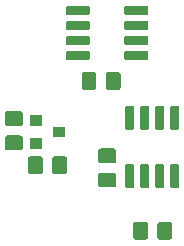
<source format=gbr>
G04 #@! TF.GenerationSoftware,KiCad,Pcbnew,5.1.2-f72e74a~84~ubuntu16.04.1*
G04 #@! TF.CreationDate,2019-06-21T14:24:11+02:00*
G04 #@! TF.ProjectId,microstepper,6d696372-6f73-4746-9570-7065722e6b69,rev?*
G04 #@! TF.SameCoordinates,Original*
G04 #@! TF.FileFunction,Soldermask,Bot*
G04 #@! TF.FilePolarity,Negative*
%FSLAX46Y46*%
G04 Gerber Fmt 4.6, Leading zero omitted, Abs format (unit mm)*
G04 Created by KiCad (PCBNEW 5.1.2-f72e74a~84~ubuntu16.04.1) date 2019-06-21 14:24:11*
%MOMM*%
%LPD*%
G04 APERTURE LIST*
%ADD10C,0.100000*%
G04 APERTURE END LIST*
D10*
G36*
X35829474Y-47488065D02*
G01*
X35867167Y-47499499D01*
X35901903Y-47518066D01*
X35932348Y-47543052D01*
X35957334Y-47573497D01*
X35975901Y-47608233D01*
X35987335Y-47645926D01*
X35991800Y-47691261D01*
X35991800Y-48777939D01*
X35987335Y-48823274D01*
X35975901Y-48860967D01*
X35957334Y-48895703D01*
X35932348Y-48926148D01*
X35901903Y-48951134D01*
X35867167Y-48969701D01*
X35829474Y-48981135D01*
X35784139Y-48985600D01*
X34947461Y-48985600D01*
X34902126Y-48981135D01*
X34864433Y-48969701D01*
X34829697Y-48951134D01*
X34799252Y-48926148D01*
X34774266Y-48895703D01*
X34755699Y-48860967D01*
X34744265Y-48823274D01*
X34739800Y-48777939D01*
X34739800Y-47691261D01*
X34744265Y-47645926D01*
X34755699Y-47608233D01*
X34774266Y-47573497D01*
X34799252Y-47543052D01*
X34829697Y-47518066D01*
X34864433Y-47499499D01*
X34902126Y-47488065D01*
X34947461Y-47483600D01*
X35784139Y-47483600D01*
X35829474Y-47488065D01*
X35829474Y-47488065D01*
G37*
G36*
X33779474Y-47488065D02*
G01*
X33817167Y-47499499D01*
X33851903Y-47518066D01*
X33882348Y-47543052D01*
X33907334Y-47573497D01*
X33925901Y-47608233D01*
X33937335Y-47645926D01*
X33941800Y-47691261D01*
X33941800Y-48777939D01*
X33937335Y-48823274D01*
X33925901Y-48860967D01*
X33907334Y-48895703D01*
X33882348Y-48926148D01*
X33851903Y-48951134D01*
X33817167Y-48969701D01*
X33779474Y-48981135D01*
X33734139Y-48985600D01*
X32897461Y-48985600D01*
X32852126Y-48981135D01*
X32814433Y-48969701D01*
X32779697Y-48951134D01*
X32749252Y-48926148D01*
X32724266Y-48895703D01*
X32705699Y-48860967D01*
X32694265Y-48823274D01*
X32689800Y-48777939D01*
X32689800Y-47691261D01*
X32694265Y-47645926D01*
X32705699Y-47608233D01*
X32724266Y-47573497D01*
X32749252Y-47543052D01*
X32779697Y-47518066D01*
X32814433Y-47499499D01*
X32852126Y-47488065D01*
X32897461Y-47483600D01*
X33734139Y-47483600D01*
X33779474Y-47488065D01*
X33779474Y-47488065D01*
G37*
G36*
X33914928Y-42599764D02*
G01*
X33936009Y-42606160D01*
X33955445Y-42616548D01*
X33972476Y-42630524D01*
X33986452Y-42647555D01*
X33996840Y-42666991D01*
X34003236Y-42688072D01*
X34006000Y-42716140D01*
X34006000Y-44529860D01*
X34003236Y-44557928D01*
X33996840Y-44579009D01*
X33986452Y-44598445D01*
X33972476Y-44615476D01*
X33955445Y-44629452D01*
X33936009Y-44639840D01*
X33914928Y-44646236D01*
X33886860Y-44649000D01*
X33423140Y-44649000D01*
X33395072Y-44646236D01*
X33373991Y-44639840D01*
X33354555Y-44629452D01*
X33337524Y-44615476D01*
X33323548Y-44598445D01*
X33313160Y-44579009D01*
X33306764Y-44557928D01*
X33304000Y-44529860D01*
X33304000Y-42716140D01*
X33306764Y-42688072D01*
X33313160Y-42666991D01*
X33323548Y-42647555D01*
X33337524Y-42630524D01*
X33354555Y-42616548D01*
X33373991Y-42606160D01*
X33395072Y-42599764D01*
X33423140Y-42597000D01*
X33886860Y-42597000D01*
X33914928Y-42599764D01*
X33914928Y-42599764D01*
G37*
G36*
X36454928Y-42599764D02*
G01*
X36476009Y-42606160D01*
X36495445Y-42616548D01*
X36512476Y-42630524D01*
X36526452Y-42647555D01*
X36536840Y-42666991D01*
X36543236Y-42688072D01*
X36546000Y-42716140D01*
X36546000Y-44529860D01*
X36543236Y-44557928D01*
X36536840Y-44579009D01*
X36526452Y-44598445D01*
X36512476Y-44615476D01*
X36495445Y-44629452D01*
X36476009Y-44639840D01*
X36454928Y-44646236D01*
X36426860Y-44649000D01*
X35963140Y-44649000D01*
X35935072Y-44646236D01*
X35913991Y-44639840D01*
X35894555Y-44629452D01*
X35877524Y-44615476D01*
X35863548Y-44598445D01*
X35853160Y-44579009D01*
X35846764Y-44557928D01*
X35844000Y-44529860D01*
X35844000Y-42716140D01*
X35846764Y-42688072D01*
X35853160Y-42666991D01*
X35863548Y-42647555D01*
X35877524Y-42630524D01*
X35894555Y-42616548D01*
X35913991Y-42606160D01*
X35935072Y-42599764D01*
X35963140Y-42597000D01*
X36426860Y-42597000D01*
X36454928Y-42599764D01*
X36454928Y-42599764D01*
G37*
G36*
X35184928Y-42599764D02*
G01*
X35206009Y-42606160D01*
X35225445Y-42616548D01*
X35242476Y-42630524D01*
X35256452Y-42647555D01*
X35266840Y-42666991D01*
X35273236Y-42688072D01*
X35276000Y-42716140D01*
X35276000Y-44529860D01*
X35273236Y-44557928D01*
X35266840Y-44579009D01*
X35256452Y-44598445D01*
X35242476Y-44615476D01*
X35225445Y-44629452D01*
X35206009Y-44639840D01*
X35184928Y-44646236D01*
X35156860Y-44649000D01*
X34693140Y-44649000D01*
X34665072Y-44646236D01*
X34643991Y-44639840D01*
X34624555Y-44629452D01*
X34607524Y-44615476D01*
X34593548Y-44598445D01*
X34583160Y-44579009D01*
X34576764Y-44557928D01*
X34574000Y-44529860D01*
X34574000Y-42716140D01*
X34576764Y-42688072D01*
X34583160Y-42666991D01*
X34593548Y-42647555D01*
X34607524Y-42630524D01*
X34624555Y-42616548D01*
X34643991Y-42606160D01*
X34665072Y-42599764D01*
X34693140Y-42597000D01*
X35156860Y-42597000D01*
X35184928Y-42599764D01*
X35184928Y-42599764D01*
G37*
G36*
X32644928Y-42599764D02*
G01*
X32666009Y-42606160D01*
X32685445Y-42616548D01*
X32702476Y-42630524D01*
X32716452Y-42647555D01*
X32726840Y-42666991D01*
X32733236Y-42688072D01*
X32736000Y-42716140D01*
X32736000Y-44529860D01*
X32733236Y-44557928D01*
X32726840Y-44579009D01*
X32716452Y-44598445D01*
X32702476Y-44615476D01*
X32685445Y-44629452D01*
X32666009Y-44639840D01*
X32644928Y-44646236D01*
X32616860Y-44649000D01*
X32153140Y-44649000D01*
X32125072Y-44646236D01*
X32103991Y-44639840D01*
X32084555Y-44629452D01*
X32067524Y-44615476D01*
X32053548Y-44598445D01*
X32043160Y-44579009D01*
X32036764Y-44557928D01*
X32034000Y-44529860D01*
X32034000Y-42716140D01*
X32036764Y-42688072D01*
X32043160Y-42666991D01*
X32053548Y-42647555D01*
X32067524Y-42630524D01*
X32084555Y-42616548D01*
X32103991Y-42606160D01*
X32125072Y-42599764D01*
X32153140Y-42597000D01*
X32616860Y-42597000D01*
X32644928Y-42599764D01*
X32644928Y-42599764D01*
G37*
G36*
X31068674Y-43329465D02*
G01*
X31106367Y-43340899D01*
X31141103Y-43359466D01*
X31171548Y-43384452D01*
X31196534Y-43414897D01*
X31215101Y-43449633D01*
X31226535Y-43487326D01*
X31231000Y-43532661D01*
X31231000Y-44369339D01*
X31226535Y-44414674D01*
X31215101Y-44452367D01*
X31196534Y-44487103D01*
X31171548Y-44517548D01*
X31141103Y-44542534D01*
X31106367Y-44561101D01*
X31068674Y-44572535D01*
X31023339Y-44577000D01*
X29936661Y-44577000D01*
X29891326Y-44572535D01*
X29853633Y-44561101D01*
X29818897Y-44542534D01*
X29788452Y-44517548D01*
X29763466Y-44487103D01*
X29744899Y-44452367D01*
X29733465Y-44414674D01*
X29729000Y-44369339D01*
X29729000Y-43532661D01*
X29733465Y-43487326D01*
X29744899Y-43449633D01*
X29763466Y-43414897D01*
X29788452Y-43384452D01*
X29818897Y-43359466D01*
X29853633Y-43340899D01*
X29891326Y-43329465D01*
X29936661Y-43325000D01*
X31023339Y-43325000D01*
X31068674Y-43329465D01*
X31068674Y-43329465D01*
G37*
G36*
X26914074Y-41950865D02*
G01*
X26951767Y-41962299D01*
X26986503Y-41980866D01*
X27016948Y-42005852D01*
X27041934Y-42036297D01*
X27060501Y-42071033D01*
X27071935Y-42108726D01*
X27076400Y-42154061D01*
X27076400Y-43240739D01*
X27071935Y-43286074D01*
X27060501Y-43323767D01*
X27041934Y-43358503D01*
X27016948Y-43388948D01*
X26986503Y-43413934D01*
X26951767Y-43432501D01*
X26914074Y-43443935D01*
X26868739Y-43448400D01*
X26032061Y-43448400D01*
X25986726Y-43443935D01*
X25949033Y-43432501D01*
X25914297Y-43413934D01*
X25883852Y-43388948D01*
X25858866Y-43358503D01*
X25840299Y-43323767D01*
X25828865Y-43286074D01*
X25824400Y-43240739D01*
X25824400Y-42154061D01*
X25828865Y-42108726D01*
X25840299Y-42071033D01*
X25858866Y-42036297D01*
X25883852Y-42005852D01*
X25914297Y-41980866D01*
X25949033Y-41962299D01*
X25986726Y-41950865D01*
X26032061Y-41946400D01*
X26868739Y-41946400D01*
X26914074Y-41950865D01*
X26914074Y-41950865D01*
G37*
G36*
X24864074Y-41950865D02*
G01*
X24901767Y-41962299D01*
X24936503Y-41980866D01*
X24966948Y-42005852D01*
X24991934Y-42036297D01*
X25010501Y-42071033D01*
X25021935Y-42108726D01*
X25026400Y-42154061D01*
X25026400Y-43240739D01*
X25021935Y-43286074D01*
X25010501Y-43323767D01*
X24991934Y-43358503D01*
X24966948Y-43388948D01*
X24936503Y-43413934D01*
X24901767Y-43432501D01*
X24864074Y-43443935D01*
X24818739Y-43448400D01*
X23982061Y-43448400D01*
X23936726Y-43443935D01*
X23899033Y-43432501D01*
X23864297Y-43413934D01*
X23833852Y-43388948D01*
X23808866Y-43358503D01*
X23790299Y-43323767D01*
X23778865Y-43286074D01*
X23774400Y-43240739D01*
X23774400Y-42154061D01*
X23778865Y-42108726D01*
X23790299Y-42071033D01*
X23808866Y-42036297D01*
X23833852Y-42005852D01*
X23864297Y-41980866D01*
X23899033Y-41962299D01*
X23936726Y-41950865D01*
X23982061Y-41946400D01*
X24818739Y-41946400D01*
X24864074Y-41950865D01*
X24864074Y-41950865D01*
G37*
G36*
X31068674Y-41279465D02*
G01*
X31106367Y-41290899D01*
X31141103Y-41309466D01*
X31171548Y-41334452D01*
X31196534Y-41364897D01*
X31215101Y-41399633D01*
X31226535Y-41437326D01*
X31231000Y-41482661D01*
X31231000Y-42319339D01*
X31226535Y-42364674D01*
X31215101Y-42402367D01*
X31196534Y-42437103D01*
X31171548Y-42467548D01*
X31141103Y-42492534D01*
X31106367Y-42511101D01*
X31068674Y-42522535D01*
X31023339Y-42527000D01*
X29936661Y-42527000D01*
X29891326Y-42522535D01*
X29853633Y-42511101D01*
X29818897Y-42492534D01*
X29788452Y-42467548D01*
X29763466Y-42437103D01*
X29744899Y-42402367D01*
X29733465Y-42364674D01*
X29729000Y-42319339D01*
X29729000Y-41482661D01*
X29733465Y-41437326D01*
X29744899Y-41399633D01*
X29763466Y-41364897D01*
X29788452Y-41334452D01*
X29818897Y-41309466D01*
X29853633Y-41290899D01*
X29891326Y-41279465D01*
X29936661Y-41275000D01*
X31023339Y-41275000D01*
X31068674Y-41279465D01*
X31068674Y-41279465D01*
G37*
G36*
X23169274Y-40179865D02*
G01*
X23206967Y-40191299D01*
X23241703Y-40209866D01*
X23272148Y-40234852D01*
X23297134Y-40265297D01*
X23315701Y-40300033D01*
X23327135Y-40337726D01*
X23331600Y-40383061D01*
X23331600Y-41219739D01*
X23327135Y-41265074D01*
X23315701Y-41302767D01*
X23297134Y-41337503D01*
X23272148Y-41367948D01*
X23241703Y-41392934D01*
X23206967Y-41411501D01*
X23169274Y-41422935D01*
X23123939Y-41427400D01*
X22037261Y-41427400D01*
X21991926Y-41422935D01*
X21954233Y-41411501D01*
X21919497Y-41392934D01*
X21889052Y-41367948D01*
X21864066Y-41337503D01*
X21845499Y-41302767D01*
X21834065Y-41265074D01*
X21829600Y-41219739D01*
X21829600Y-40383061D01*
X21834065Y-40337726D01*
X21845499Y-40300033D01*
X21864066Y-40265297D01*
X21889052Y-40234852D01*
X21919497Y-40209866D01*
X21954233Y-40191299D01*
X21991926Y-40179865D01*
X22037261Y-40175400D01*
X23123939Y-40175400D01*
X23169274Y-40179865D01*
X23169274Y-40179865D01*
G37*
G36*
X24926400Y-41279000D02*
G01*
X23924400Y-41279000D01*
X23924400Y-40377000D01*
X24926400Y-40377000D01*
X24926400Y-41279000D01*
X24926400Y-41279000D01*
G37*
G36*
X26926400Y-40329000D02*
G01*
X25924400Y-40329000D01*
X25924400Y-39427000D01*
X26926400Y-39427000D01*
X26926400Y-40329000D01*
X26926400Y-40329000D01*
G37*
G36*
X36454928Y-37649764D02*
G01*
X36476009Y-37656160D01*
X36495445Y-37666548D01*
X36512476Y-37680524D01*
X36526452Y-37697555D01*
X36536840Y-37716991D01*
X36543236Y-37738072D01*
X36546000Y-37766140D01*
X36546000Y-39579860D01*
X36543236Y-39607928D01*
X36536840Y-39629009D01*
X36526452Y-39648445D01*
X36512476Y-39665476D01*
X36495445Y-39679452D01*
X36476009Y-39689840D01*
X36454928Y-39696236D01*
X36426860Y-39699000D01*
X35963140Y-39699000D01*
X35935072Y-39696236D01*
X35913991Y-39689840D01*
X35894555Y-39679452D01*
X35877524Y-39665476D01*
X35863548Y-39648445D01*
X35853160Y-39629009D01*
X35846764Y-39607928D01*
X35844000Y-39579860D01*
X35844000Y-37766140D01*
X35846764Y-37738072D01*
X35853160Y-37716991D01*
X35863548Y-37697555D01*
X35877524Y-37680524D01*
X35894555Y-37666548D01*
X35913991Y-37656160D01*
X35935072Y-37649764D01*
X35963140Y-37647000D01*
X36426860Y-37647000D01*
X36454928Y-37649764D01*
X36454928Y-37649764D01*
G37*
G36*
X33914928Y-37649764D02*
G01*
X33936009Y-37656160D01*
X33955445Y-37666548D01*
X33972476Y-37680524D01*
X33986452Y-37697555D01*
X33996840Y-37716991D01*
X34003236Y-37738072D01*
X34006000Y-37766140D01*
X34006000Y-39579860D01*
X34003236Y-39607928D01*
X33996840Y-39629009D01*
X33986452Y-39648445D01*
X33972476Y-39665476D01*
X33955445Y-39679452D01*
X33936009Y-39689840D01*
X33914928Y-39696236D01*
X33886860Y-39699000D01*
X33423140Y-39699000D01*
X33395072Y-39696236D01*
X33373991Y-39689840D01*
X33354555Y-39679452D01*
X33337524Y-39665476D01*
X33323548Y-39648445D01*
X33313160Y-39629009D01*
X33306764Y-39607928D01*
X33304000Y-39579860D01*
X33304000Y-37766140D01*
X33306764Y-37738072D01*
X33313160Y-37716991D01*
X33323548Y-37697555D01*
X33337524Y-37680524D01*
X33354555Y-37666548D01*
X33373991Y-37656160D01*
X33395072Y-37649764D01*
X33423140Y-37647000D01*
X33886860Y-37647000D01*
X33914928Y-37649764D01*
X33914928Y-37649764D01*
G37*
G36*
X35184928Y-37649764D02*
G01*
X35206009Y-37656160D01*
X35225445Y-37666548D01*
X35242476Y-37680524D01*
X35256452Y-37697555D01*
X35266840Y-37716991D01*
X35273236Y-37738072D01*
X35276000Y-37766140D01*
X35276000Y-39579860D01*
X35273236Y-39607928D01*
X35266840Y-39629009D01*
X35256452Y-39648445D01*
X35242476Y-39665476D01*
X35225445Y-39679452D01*
X35206009Y-39689840D01*
X35184928Y-39696236D01*
X35156860Y-39699000D01*
X34693140Y-39699000D01*
X34665072Y-39696236D01*
X34643991Y-39689840D01*
X34624555Y-39679452D01*
X34607524Y-39665476D01*
X34593548Y-39648445D01*
X34583160Y-39629009D01*
X34576764Y-39607928D01*
X34574000Y-39579860D01*
X34574000Y-37766140D01*
X34576764Y-37738072D01*
X34583160Y-37716991D01*
X34593548Y-37697555D01*
X34607524Y-37680524D01*
X34624555Y-37666548D01*
X34643991Y-37656160D01*
X34665072Y-37649764D01*
X34693140Y-37647000D01*
X35156860Y-37647000D01*
X35184928Y-37649764D01*
X35184928Y-37649764D01*
G37*
G36*
X32644928Y-37649764D02*
G01*
X32666009Y-37656160D01*
X32685445Y-37666548D01*
X32702476Y-37680524D01*
X32716452Y-37697555D01*
X32726840Y-37716991D01*
X32733236Y-37738072D01*
X32736000Y-37766140D01*
X32736000Y-39579860D01*
X32733236Y-39607928D01*
X32726840Y-39629009D01*
X32716452Y-39648445D01*
X32702476Y-39665476D01*
X32685445Y-39679452D01*
X32666009Y-39689840D01*
X32644928Y-39696236D01*
X32616860Y-39699000D01*
X32153140Y-39699000D01*
X32125072Y-39696236D01*
X32103991Y-39689840D01*
X32084555Y-39679452D01*
X32067524Y-39665476D01*
X32053548Y-39648445D01*
X32043160Y-39629009D01*
X32036764Y-39607928D01*
X32034000Y-39579860D01*
X32034000Y-37766140D01*
X32036764Y-37738072D01*
X32043160Y-37716991D01*
X32053548Y-37697555D01*
X32067524Y-37680524D01*
X32084555Y-37666548D01*
X32103991Y-37656160D01*
X32125072Y-37649764D01*
X32153140Y-37647000D01*
X32616860Y-37647000D01*
X32644928Y-37649764D01*
X32644928Y-37649764D01*
G37*
G36*
X24926400Y-39379000D02*
G01*
X23924400Y-39379000D01*
X23924400Y-38477000D01*
X24926400Y-38477000D01*
X24926400Y-39379000D01*
X24926400Y-39379000D01*
G37*
G36*
X23169274Y-38129865D02*
G01*
X23206967Y-38141299D01*
X23241703Y-38159866D01*
X23272148Y-38184852D01*
X23297134Y-38215297D01*
X23315701Y-38250033D01*
X23327135Y-38287726D01*
X23331600Y-38333061D01*
X23331600Y-39169739D01*
X23327135Y-39215074D01*
X23315701Y-39252767D01*
X23297134Y-39287503D01*
X23272148Y-39317948D01*
X23241703Y-39342934D01*
X23206967Y-39361501D01*
X23169274Y-39372935D01*
X23123939Y-39377400D01*
X22037261Y-39377400D01*
X21991926Y-39372935D01*
X21954233Y-39361501D01*
X21919497Y-39342934D01*
X21889052Y-39317948D01*
X21864066Y-39287503D01*
X21845499Y-39252767D01*
X21834065Y-39215074D01*
X21829600Y-39169739D01*
X21829600Y-38333061D01*
X21834065Y-38287726D01*
X21845499Y-38250033D01*
X21864066Y-38215297D01*
X21889052Y-38184852D01*
X21919497Y-38159866D01*
X21954233Y-38141299D01*
X21991926Y-38129865D01*
X22037261Y-38125400D01*
X23123939Y-38125400D01*
X23169274Y-38129865D01*
X23169274Y-38129865D01*
G37*
G36*
X31460674Y-34813465D02*
G01*
X31498367Y-34824899D01*
X31533103Y-34843466D01*
X31563548Y-34868452D01*
X31588534Y-34898897D01*
X31607101Y-34933633D01*
X31618535Y-34971326D01*
X31623000Y-35016661D01*
X31623000Y-36103339D01*
X31618535Y-36148674D01*
X31607101Y-36186367D01*
X31588534Y-36221103D01*
X31563548Y-36251548D01*
X31533103Y-36276534D01*
X31498367Y-36295101D01*
X31460674Y-36306535D01*
X31415339Y-36311000D01*
X30578661Y-36311000D01*
X30533326Y-36306535D01*
X30495633Y-36295101D01*
X30460897Y-36276534D01*
X30430452Y-36251548D01*
X30405466Y-36221103D01*
X30386899Y-36186367D01*
X30375465Y-36148674D01*
X30371000Y-36103339D01*
X30371000Y-35016661D01*
X30375465Y-34971326D01*
X30386899Y-34933633D01*
X30405466Y-34898897D01*
X30430452Y-34868452D01*
X30460897Y-34843466D01*
X30495633Y-34824899D01*
X30533326Y-34813465D01*
X30578661Y-34809000D01*
X31415339Y-34809000D01*
X31460674Y-34813465D01*
X31460674Y-34813465D01*
G37*
G36*
X29410674Y-34813465D02*
G01*
X29448367Y-34824899D01*
X29483103Y-34843466D01*
X29513548Y-34868452D01*
X29538534Y-34898897D01*
X29557101Y-34933633D01*
X29568535Y-34971326D01*
X29573000Y-35016661D01*
X29573000Y-36103339D01*
X29568535Y-36148674D01*
X29557101Y-36186367D01*
X29538534Y-36221103D01*
X29513548Y-36251548D01*
X29483103Y-36276534D01*
X29448367Y-36295101D01*
X29410674Y-36306535D01*
X29365339Y-36311000D01*
X28528661Y-36311000D01*
X28483326Y-36306535D01*
X28445633Y-36295101D01*
X28410897Y-36276534D01*
X28380452Y-36251548D01*
X28355466Y-36221103D01*
X28336899Y-36186367D01*
X28325465Y-36148674D01*
X28321000Y-36103339D01*
X28321000Y-35016661D01*
X28325465Y-34971326D01*
X28336899Y-34933633D01*
X28355466Y-34898897D01*
X28380452Y-34868452D01*
X28410897Y-34843466D01*
X28445633Y-34824899D01*
X28483326Y-34813465D01*
X28528661Y-34809000D01*
X29365339Y-34809000D01*
X29410674Y-34813465D01*
X29410674Y-34813465D01*
G37*
G36*
X33889928Y-33052764D02*
G01*
X33911009Y-33059160D01*
X33930445Y-33069548D01*
X33947476Y-33083524D01*
X33961452Y-33100555D01*
X33971840Y-33119991D01*
X33978236Y-33141072D01*
X33981000Y-33169140D01*
X33981000Y-33632860D01*
X33978236Y-33660928D01*
X33971840Y-33682009D01*
X33961452Y-33701445D01*
X33947476Y-33718476D01*
X33930445Y-33732452D01*
X33911009Y-33742840D01*
X33889928Y-33749236D01*
X33861860Y-33752000D01*
X32048140Y-33752000D01*
X32020072Y-33749236D01*
X31998991Y-33742840D01*
X31979555Y-33732452D01*
X31962524Y-33718476D01*
X31948548Y-33701445D01*
X31938160Y-33682009D01*
X31931764Y-33660928D01*
X31929000Y-33632860D01*
X31929000Y-33169140D01*
X31931764Y-33141072D01*
X31938160Y-33119991D01*
X31948548Y-33100555D01*
X31962524Y-33083524D01*
X31979555Y-33069548D01*
X31998991Y-33059160D01*
X32020072Y-33052764D01*
X32048140Y-33050000D01*
X33861860Y-33050000D01*
X33889928Y-33052764D01*
X33889928Y-33052764D01*
G37*
G36*
X28939928Y-33052764D02*
G01*
X28961009Y-33059160D01*
X28980445Y-33069548D01*
X28997476Y-33083524D01*
X29011452Y-33100555D01*
X29021840Y-33119991D01*
X29028236Y-33141072D01*
X29031000Y-33169140D01*
X29031000Y-33632860D01*
X29028236Y-33660928D01*
X29021840Y-33682009D01*
X29011452Y-33701445D01*
X28997476Y-33718476D01*
X28980445Y-33732452D01*
X28961009Y-33742840D01*
X28939928Y-33749236D01*
X28911860Y-33752000D01*
X27098140Y-33752000D01*
X27070072Y-33749236D01*
X27048991Y-33742840D01*
X27029555Y-33732452D01*
X27012524Y-33718476D01*
X26998548Y-33701445D01*
X26988160Y-33682009D01*
X26981764Y-33660928D01*
X26979000Y-33632860D01*
X26979000Y-33169140D01*
X26981764Y-33141072D01*
X26988160Y-33119991D01*
X26998548Y-33100555D01*
X27012524Y-33083524D01*
X27029555Y-33069548D01*
X27048991Y-33059160D01*
X27070072Y-33052764D01*
X27098140Y-33050000D01*
X28911860Y-33050000D01*
X28939928Y-33052764D01*
X28939928Y-33052764D01*
G37*
G36*
X28939928Y-31782764D02*
G01*
X28961009Y-31789160D01*
X28980445Y-31799548D01*
X28997476Y-31813524D01*
X29011452Y-31830555D01*
X29021840Y-31849991D01*
X29028236Y-31871072D01*
X29031000Y-31899140D01*
X29031000Y-32362860D01*
X29028236Y-32390928D01*
X29021840Y-32412009D01*
X29011452Y-32431445D01*
X28997476Y-32448476D01*
X28980445Y-32462452D01*
X28961009Y-32472840D01*
X28939928Y-32479236D01*
X28911860Y-32482000D01*
X27098140Y-32482000D01*
X27070072Y-32479236D01*
X27048991Y-32472840D01*
X27029555Y-32462452D01*
X27012524Y-32448476D01*
X26998548Y-32431445D01*
X26988160Y-32412009D01*
X26981764Y-32390928D01*
X26979000Y-32362860D01*
X26979000Y-31899140D01*
X26981764Y-31871072D01*
X26988160Y-31849991D01*
X26998548Y-31830555D01*
X27012524Y-31813524D01*
X27029555Y-31799548D01*
X27048991Y-31789160D01*
X27070072Y-31782764D01*
X27098140Y-31780000D01*
X28911860Y-31780000D01*
X28939928Y-31782764D01*
X28939928Y-31782764D01*
G37*
G36*
X33889928Y-31782764D02*
G01*
X33911009Y-31789160D01*
X33930445Y-31799548D01*
X33947476Y-31813524D01*
X33961452Y-31830555D01*
X33971840Y-31849991D01*
X33978236Y-31871072D01*
X33981000Y-31899140D01*
X33981000Y-32362860D01*
X33978236Y-32390928D01*
X33971840Y-32412009D01*
X33961452Y-32431445D01*
X33947476Y-32448476D01*
X33930445Y-32462452D01*
X33911009Y-32472840D01*
X33889928Y-32479236D01*
X33861860Y-32482000D01*
X32048140Y-32482000D01*
X32020072Y-32479236D01*
X31998991Y-32472840D01*
X31979555Y-32462452D01*
X31962524Y-32448476D01*
X31948548Y-32431445D01*
X31938160Y-32412009D01*
X31931764Y-32390928D01*
X31929000Y-32362860D01*
X31929000Y-31899140D01*
X31931764Y-31871072D01*
X31938160Y-31849991D01*
X31948548Y-31830555D01*
X31962524Y-31813524D01*
X31979555Y-31799548D01*
X31998991Y-31789160D01*
X32020072Y-31782764D01*
X32048140Y-31780000D01*
X33861860Y-31780000D01*
X33889928Y-31782764D01*
X33889928Y-31782764D01*
G37*
G36*
X33889928Y-30512764D02*
G01*
X33911009Y-30519160D01*
X33930445Y-30529548D01*
X33947476Y-30543524D01*
X33961452Y-30560555D01*
X33971840Y-30579991D01*
X33978236Y-30601072D01*
X33981000Y-30629140D01*
X33981000Y-31092860D01*
X33978236Y-31120928D01*
X33971840Y-31142009D01*
X33961452Y-31161445D01*
X33947476Y-31178476D01*
X33930445Y-31192452D01*
X33911009Y-31202840D01*
X33889928Y-31209236D01*
X33861860Y-31212000D01*
X32048140Y-31212000D01*
X32020072Y-31209236D01*
X31998991Y-31202840D01*
X31979555Y-31192452D01*
X31962524Y-31178476D01*
X31948548Y-31161445D01*
X31938160Y-31142009D01*
X31931764Y-31120928D01*
X31929000Y-31092860D01*
X31929000Y-30629140D01*
X31931764Y-30601072D01*
X31938160Y-30579991D01*
X31948548Y-30560555D01*
X31962524Y-30543524D01*
X31979555Y-30529548D01*
X31998991Y-30519160D01*
X32020072Y-30512764D01*
X32048140Y-30510000D01*
X33861860Y-30510000D01*
X33889928Y-30512764D01*
X33889928Y-30512764D01*
G37*
G36*
X28939928Y-30512764D02*
G01*
X28961009Y-30519160D01*
X28980445Y-30529548D01*
X28997476Y-30543524D01*
X29011452Y-30560555D01*
X29021840Y-30579991D01*
X29028236Y-30601072D01*
X29031000Y-30629140D01*
X29031000Y-31092860D01*
X29028236Y-31120928D01*
X29021840Y-31142009D01*
X29011452Y-31161445D01*
X28997476Y-31178476D01*
X28980445Y-31192452D01*
X28961009Y-31202840D01*
X28939928Y-31209236D01*
X28911860Y-31212000D01*
X27098140Y-31212000D01*
X27070072Y-31209236D01*
X27048991Y-31202840D01*
X27029555Y-31192452D01*
X27012524Y-31178476D01*
X26998548Y-31161445D01*
X26988160Y-31142009D01*
X26981764Y-31120928D01*
X26979000Y-31092860D01*
X26979000Y-30629140D01*
X26981764Y-30601072D01*
X26988160Y-30579991D01*
X26998548Y-30560555D01*
X27012524Y-30543524D01*
X27029555Y-30529548D01*
X27048991Y-30519160D01*
X27070072Y-30512764D01*
X27098140Y-30510000D01*
X28911860Y-30510000D01*
X28939928Y-30512764D01*
X28939928Y-30512764D01*
G37*
G36*
X33889928Y-29242764D02*
G01*
X33911009Y-29249160D01*
X33930445Y-29259548D01*
X33947476Y-29273524D01*
X33961452Y-29290555D01*
X33971840Y-29309991D01*
X33978236Y-29331072D01*
X33981000Y-29359140D01*
X33981000Y-29822860D01*
X33978236Y-29850928D01*
X33971840Y-29872009D01*
X33961452Y-29891445D01*
X33947476Y-29908476D01*
X33930445Y-29922452D01*
X33911009Y-29932840D01*
X33889928Y-29939236D01*
X33861860Y-29942000D01*
X32048140Y-29942000D01*
X32020072Y-29939236D01*
X31998991Y-29932840D01*
X31979555Y-29922452D01*
X31962524Y-29908476D01*
X31948548Y-29891445D01*
X31938160Y-29872009D01*
X31931764Y-29850928D01*
X31929000Y-29822860D01*
X31929000Y-29359140D01*
X31931764Y-29331072D01*
X31938160Y-29309991D01*
X31948548Y-29290555D01*
X31962524Y-29273524D01*
X31979555Y-29259548D01*
X31998991Y-29249160D01*
X32020072Y-29242764D01*
X32048140Y-29240000D01*
X33861860Y-29240000D01*
X33889928Y-29242764D01*
X33889928Y-29242764D01*
G37*
G36*
X28939928Y-29242764D02*
G01*
X28961009Y-29249160D01*
X28980445Y-29259548D01*
X28997476Y-29273524D01*
X29011452Y-29290555D01*
X29021840Y-29309991D01*
X29028236Y-29331072D01*
X29031000Y-29359140D01*
X29031000Y-29822860D01*
X29028236Y-29850928D01*
X29021840Y-29872009D01*
X29011452Y-29891445D01*
X28997476Y-29908476D01*
X28980445Y-29922452D01*
X28961009Y-29932840D01*
X28939928Y-29939236D01*
X28911860Y-29942000D01*
X27098140Y-29942000D01*
X27070072Y-29939236D01*
X27048991Y-29932840D01*
X27029555Y-29922452D01*
X27012524Y-29908476D01*
X26998548Y-29891445D01*
X26988160Y-29872009D01*
X26981764Y-29850928D01*
X26979000Y-29822860D01*
X26979000Y-29359140D01*
X26981764Y-29331072D01*
X26988160Y-29309991D01*
X26998548Y-29290555D01*
X27012524Y-29273524D01*
X27029555Y-29259548D01*
X27048991Y-29249160D01*
X27070072Y-29242764D01*
X27098140Y-29240000D01*
X28911860Y-29240000D01*
X28939928Y-29242764D01*
X28939928Y-29242764D01*
G37*
M02*

</source>
